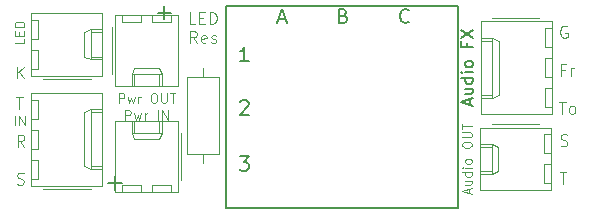
<source format=gbr>
%TF.GenerationSoftware,KiCad,Pcbnew,9.0.2*%
%TF.CreationDate,2025-06-20T16:19:37+01:00*%
%TF.ProjectId,FootSw,466f6f74-5377-42e6-9b69-6361645f7063,rev?*%
%TF.SameCoordinates,Original*%
%TF.FileFunction,Legend,Top*%
%TF.FilePolarity,Positive*%
%FSLAX46Y46*%
G04 Gerber Fmt 4.6, Leading zero omitted, Abs format (unit mm)*
G04 Created by KiCad (PCBNEW 9.0.2) date 2025-06-20 16:19:37*
%MOMM*%
%LPD*%
G01*
G04 APERTURE LIST*
%ADD10C,0.100000*%
%ADD11C,0.187500*%
%ADD12C,0.125000*%
%ADD13C,0.152400*%
%ADD14C,0.150000*%
%ADD15C,0.120000*%
G04 APERTURE END LIST*
D10*
X70357142Y-51762475D02*
X69880952Y-51762475D01*
X69880952Y-51762475D02*
X69880952Y-50762475D01*
X70690476Y-51238665D02*
X71023809Y-51238665D01*
X71166666Y-51762475D02*
X70690476Y-51762475D01*
X70690476Y-51762475D02*
X70690476Y-50762475D01*
X70690476Y-50762475D02*
X71166666Y-50762475D01*
X71595238Y-51762475D02*
X71595238Y-50762475D01*
X71595238Y-50762475D02*
X71833333Y-50762475D01*
X71833333Y-50762475D02*
X71976190Y-50810094D01*
X71976190Y-50810094D02*
X72071428Y-50905332D01*
X72071428Y-50905332D02*
X72119047Y-51000570D01*
X72119047Y-51000570D02*
X72166666Y-51191046D01*
X72166666Y-51191046D02*
X72166666Y-51333903D01*
X72166666Y-51333903D02*
X72119047Y-51524379D01*
X72119047Y-51524379D02*
X72071428Y-51619617D01*
X72071428Y-51619617D02*
X71976190Y-51714856D01*
X71976190Y-51714856D02*
X71833333Y-51762475D01*
X71833333Y-51762475D02*
X71595238Y-51762475D01*
X70476190Y-53372419D02*
X70142857Y-52896228D01*
X69904762Y-53372419D02*
X69904762Y-52372419D01*
X69904762Y-52372419D02*
X70285714Y-52372419D01*
X70285714Y-52372419D02*
X70380952Y-52420038D01*
X70380952Y-52420038D02*
X70428571Y-52467657D01*
X70428571Y-52467657D02*
X70476190Y-52562895D01*
X70476190Y-52562895D02*
X70476190Y-52705752D01*
X70476190Y-52705752D02*
X70428571Y-52800990D01*
X70428571Y-52800990D02*
X70380952Y-52848609D01*
X70380952Y-52848609D02*
X70285714Y-52896228D01*
X70285714Y-52896228D02*
X69904762Y-52896228D01*
X71285714Y-53324800D02*
X71190476Y-53372419D01*
X71190476Y-53372419D02*
X71000000Y-53372419D01*
X71000000Y-53372419D02*
X70904762Y-53324800D01*
X70904762Y-53324800D02*
X70857143Y-53229561D01*
X70857143Y-53229561D02*
X70857143Y-52848609D01*
X70857143Y-52848609D02*
X70904762Y-52753371D01*
X70904762Y-52753371D02*
X71000000Y-52705752D01*
X71000000Y-52705752D02*
X71190476Y-52705752D01*
X71190476Y-52705752D02*
X71285714Y-52753371D01*
X71285714Y-52753371D02*
X71333333Y-52848609D01*
X71333333Y-52848609D02*
X71333333Y-52943847D01*
X71333333Y-52943847D02*
X70857143Y-53039085D01*
X71714286Y-53324800D02*
X71809524Y-53372419D01*
X71809524Y-53372419D02*
X72000000Y-53372419D01*
X72000000Y-53372419D02*
X72095238Y-53324800D01*
X72095238Y-53324800D02*
X72142857Y-53229561D01*
X72142857Y-53229561D02*
X72142857Y-53181942D01*
X72142857Y-53181942D02*
X72095238Y-53086704D01*
X72095238Y-53086704D02*
X72000000Y-53039085D01*
X72000000Y-53039085D02*
X71857143Y-53039085D01*
X71857143Y-53039085D02*
X71761905Y-52991466D01*
X71761905Y-52991466D02*
X71714286Y-52896228D01*
X71714286Y-52896228D02*
X71714286Y-52848609D01*
X71714286Y-52848609D02*
X71761905Y-52753371D01*
X71761905Y-52753371D02*
X71857143Y-52705752D01*
X71857143Y-52705752D02*
X72000000Y-52705752D01*
X72000000Y-52705752D02*
X72095238Y-52753371D01*
X101827693Y-51980262D02*
X101732455Y-51932643D01*
X101732455Y-51932643D02*
X101589598Y-51932643D01*
X101589598Y-51932643D02*
X101446741Y-51980262D01*
X101446741Y-51980262D02*
X101351503Y-52075500D01*
X101351503Y-52075500D02*
X101303884Y-52170738D01*
X101303884Y-52170738D02*
X101256265Y-52361214D01*
X101256265Y-52361214D02*
X101256265Y-52504071D01*
X101256265Y-52504071D02*
X101303884Y-52694547D01*
X101303884Y-52694547D02*
X101351503Y-52789785D01*
X101351503Y-52789785D02*
X101446741Y-52885024D01*
X101446741Y-52885024D02*
X101589598Y-52932643D01*
X101589598Y-52932643D02*
X101684836Y-52932643D01*
X101684836Y-52932643D02*
X101827693Y-52885024D01*
X101827693Y-52885024D02*
X101875312Y-52837404D01*
X101875312Y-52837404D02*
X101875312Y-52504071D01*
X101875312Y-52504071D02*
X101684836Y-52504071D01*
X101637217Y-55628721D02*
X101303884Y-55628721D01*
X101303884Y-56152531D02*
X101303884Y-55152531D01*
X101303884Y-55152531D02*
X101780074Y-55152531D01*
X102161027Y-56152531D02*
X102161027Y-55485864D01*
X102161027Y-55676340D02*
X102208646Y-55581102D01*
X102208646Y-55581102D02*
X102256265Y-55533483D01*
X102256265Y-55533483D02*
X102351503Y-55485864D01*
X102351503Y-55485864D02*
X102446741Y-55485864D01*
X101161027Y-58372419D02*
X101732455Y-58372419D01*
X101446741Y-59372419D02*
X101446741Y-58372419D01*
X102208646Y-59372419D02*
X102113408Y-59324800D01*
X102113408Y-59324800D02*
X102065789Y-59277180D01*
X102065789Y-59277180D02*
X102018170Y-59181942D01*
X102018170Y-59181942D02*
X102018170Y-58896228D01*
X102018170Y-58896228D02*
X102065789Y-58800990D01*
X102065789Y-58800990D02*
X102113408Y-58753371D01*
X102113408Y-58753371D02*
X102208646Y-58705752D01*
X102208646Y-58705752D02*
X102351503Y-58705752D01*
X102351503Y-58705752D02*
X102446741Y-58753371D01*
X102446741Y-58753371D02*
X102494360Y-58800990D01*
X102494360Y-58800990D02*
X102541979Y-58896228D01*
X102541979Y-58896228D02*
X102541979Y-59181942D01*
X102541979Y-59181942D02*
X102494360Y-59277180D01*
X102494360Y-59277180D02*
X102446741Y-59324800D01*
X102446741Y-59324800D02*
X102351503Y-59372419D01*
X102351503Y-59372419D02*
X102208646Y-59372419D01*
D11*
X62980497Y-65235250D02*
X64123355Y-65235250D01*
X63551926Y-65806678D02*
X63551926Y-64663821D01*
D12*
X55177474Y-57931343D02*
X55748902Y-57931343D01*
X55463188Y-58931343D02*
X55463188Y-57931343D01*
X55891759Y-62151231D02*
X55558426Y-61675040D01*
X55320331Y-62151231D02*
X55320331Y-61151231D01*
X55320331Y-61151231D02*
X55701283Y-61151231D01*
X55701283Y-61151231D02*
X55796521Y-61198850D01*
X55796521Y-61198850D02*
X55844140Y-61246469D01*
X55844140Y-61246469D02*
X55891759Y-61341707D01*
X55891759Y-61341707D02*
X55891759Y-61484564D01*
X55891759Y-61484564D02*
X55844140Y-61579802D01*
X55844140Y-61579802D02*
X55796521Y-61627421D01*
X55796521Y-61627421D02*
X55701283Y-61675040D01*
X55701283Y-61675040D02*
X55320331Y-61675040D01*
X55272712Y-65323500D02*
X55415569Y-65371119D01*
X55415569Y-65371119D02*
X55653664Y-65371119D01*
X55653664Y-65371119D02*
X55748902Y-65323500D01*
X55748902Y-65323500D02*
X55796521Y-65275880D01*
X55796521Y-65275880D02*
X55844140Y-65180642D01*
X55844140Y-65180642D02*
X55844140Y-65085404D01*
X55844140Y-65085404D02*
X55796521Y-64990166D01*
X55796521Y-64990166D02*
X55748902Y-64942547D01*
X55748902Y-64942547D02*
X55653664Y-64894928D01*
X55653664Y-64894928D02*
X55463188Y-64847309D01*
X55463188Y-64847309D02*
X55367950Y-64799690D01*
X55367950Y-64799690D02*
X55320331Y-64752071D01*
X55320331Y-64752071D02*
X55272712Y-64656833D01*
X55272712Y-64656833D02*
X55272712Y-64561595D01*
X55272712Y-64561595D02*
X55320331Y-64466357D01*
X55320331Y-64466357D02*
X55367950Y-64418738D01*
X55367950Y-64418738D02*
X55463188Y-64371119D01*
X55463188Y-64371119D02*
X55701283Y-64371119D01*
X55701283Y-64371119D02*
X55844140Y-64418738D01*
D10*
X55303884Y-56372419D02*
X55303884Y-55372419D01*
X55875312Y-56372419D02*
X55446741Y-55800990D01*
X55875312Y-55372419D02*
X55303884Y-55943847D01*
D11*
X67180497Y-50805250D02*
X68323355Y-50805250D01*
X67751926Y-51376678D02*
X67751926Y-50233821D01*
D12*
X101292712Y-62063612D02*
X101435569Y-62111231D01*
X101435569Y-62111231D02*
X101673664Y-62111231D01*
X101673664Y-62111231D02*
X101768902Y-62063612D01*
X101768902Y-62063612D02*
X101816521Y-62015992D01*
X101816521Y-62015992D02*
X101864140Y-61920754D01*
X101864140Y-61920754D02*
X101864140Y-61825516D01*
X101864140Y-61825516D02*
X101816521Y-61730278D01*
X101816521Y-61730278D02*
X101768902Y-61682659D01*
X101768902Y-61682659D02*
X101673664Y-61635040D01*
X101673664Y-61635040D02*
X101483188Y-61587421D01*
X101483188Y-61587421D02*
X101387950Y-61539802D01*
X101387950Y-61539802D02*
X101340331Y-61492183D01*
X101340331Y-61492183D02*
X101292712Y-61396945D01*
X101292712Y-61396945D02*
X101292712Y-61301707D01*
X101292712Y-61301707D02*
X101340331Y-61206469D01*
X101340331Y-61206469D02*
X101387950Y-61158850D01*
X101387950Y-61158850D02*
X101483188Y-61111231D01*
X101483188Y-61111231D02*
X101721283Y-61111231D01*
X101721283Y-61111231D02*
X101864140Y-61158850D01*
X101197474Y-64331119D02*
X101768902Y-64331119D01*
X101483188Y-65331119D02*
X101483188Y-64331119D01*
D13*
X82889691Y-51062446D02*
X83062048Y-51119898D01*
X83062048Y-51119898D02*
X83119501Y-51177350D01*
X83119501Y-51177350D02*
X83176953Y-51292255D01*
X83176953Y-51292255D02*
X83176953Y-51464612D01*
X83176953Y-51464612D02*
X83119501Y-51579517D01*
X83119501Y-51579517D02*
X83062048Y-51636970D01*
X83062048Y-51636970D02*
X82947143Y-51694422D01*
X82947143Y-51694422D02*
X82487524Y-51694422D01*
X82487524Y-51694422D02*
X82487524Y-50487922D01*
X82487524Y-50487922D02*
X82889691Y-50487922D01*
X82889691Y-50487922D02*
X83004596Y-50545374D01*
X83004596Y-50545374D02*
X83062048Y-50602827D01*
X83062048Y-50602827D02*
X83119501Y-50717731D01*
X83119501Y-50717731D02*
X83119501Y-50832636D01*
X83119501Y-50832636D02*
X83062048Y-50947541D01*
X83062048Y-50947541D02*
X83004596Y-51004993D01*
X83004596Y-51004993D02*
X82889691Y-51062446D01*
X82889691Y-51062446D02*
X82487524Y-51062446D01*
X74122620Y-62987922D02*
X74869501Y-62987922D01*
X74869501Y-62987922D02*
X74467334Y-63447541D01*
X74467334Y-63447541D02*
X74639691Y-63447541D01*
X74639691Y-63447541D02*
X74754596Y-63504993D01*
X74754596Y-63504993D02*
X74812048Y-63562446D01*
X74812048Y-63562446D02*
X74869501Y-63677350D01*
X74869501Y-63677350D02*
X74869501Y-63964612D01*
X74869501Y-63964612D02*
X74812048Y-64079517D01*
X74812048Y-64079517D02*
X74754596Y-64136970D01*
X74754596Y-64136970D02*
X74639691Y-64194422D01*
X74639691Y-64194422D02*
X74294977Y-64194422D01*
X74294977Y-64194422D02*
X74180072Y-64136970D01*
X74180072Y-64136970D02*
X74122620Y-64079517D01*
X88426953Y-51579517D02*
X88369501Y-51636970D01*
X88369501Y-51636970D02*
X88197143Y-51694422D01*
X88197143Y-51694422D02*
X88082239Y-51694422D01*
X88082239Y-51694422D02*
X87909882Y-51636970D01*
X87909882Y-51636970D02*
X87794977Y-51522065D01*
X87794977Y-51522065D02*
X87737524Y-51407160D01*
X87737524Y-51407160D02*
X87680072Y-51177350D01*
X87680072Y-51177350D02*
X87680072Y-51004993D01*
X87680072Y-51004993D02*
X87737524Y-50775184D01*
X87737524Y-50775184D02*
X87794977Y-50660279D01*
X87794977Y-50660279D02*
X87909882Y-50545374D01*
X87909882Y-50545374D02*
X88082239Y-50487922D01*
X88082239Y-50487922D02*
X88197143Y-50487922D01*
X88197143Y-50487922D02*
X88369501Y-50545374D01*
X88369501Y-50545374D02*
X88426953Y-50602827D01*
X74869501Y-54944422D02*
X74180072Y-54944422D01*
X74524786Y-54944422D02*
X74524786Y-53737922D01*
X74524786Y-53737922D02*
X74409882Y-53910279D01*
X74409882Y-53910279D02*
X74294977Y-54025184D01*
X74294977Y-54025184D02*
X74180072Y-54082636D01*
X77430072Y-51349708D02*
X78004596Y-51349708D01*
X77315167Y-51694422D02*
X77717334Y-50487922D01*
X77717334Y-50487922D02*
X78119501Y-51694422D01*
X74180072Y-58352827D02*
X74237524Y-58295374D01*
X74237524Y-58295374D02*
X74352429Y-58237922D01*
X74352429Y-58237922D02*
X74639691Y-58237922D01*
X74639691Y-58237922D02*
X74754596Y-58295374D01*
X74754596Y-58295374D02*
X74812048Y-58352827D01*
X74812048Y-58352827D02*
X74869501Y-58467731D01*
X74869501Y-58467731D02*
X74869501Y-58582636D01*
X74869501Y-58582636D02*
X74812048Y-58754993D01*
X74812048Y-58754993D02*
X74122620Y-59444422D01*
X74122620Y-59444422D02*
X74869501Y-59444422D01*
D10*
X64439524Y-59864895D02*
X64439524Y-59064895D01*
X64439524Y-59064895D02*
X64744286Y-59064895D01*
X64744286Y-59064895D02*
X64820476Y-59102990D01*
X64820476Y-59102990D02*
X64858571Y-59141085D01*
X64858571Y-59141085D02*
X64896667Y-59217276D01*
X64896667Y-59217276D02*
X64896667Y-59331561D01*
X64896667Y-59331561D02*
X64858571Y-59407752D01*
X64858571Y-59407752D02*
X64820476Y-59445847D01*
X64820476Y-59445847D02*
X64744286Y-59483942D01*
X64744286Y-59483942D02*
X64439524Y-59483942D01*
X65163333Y-59331561D02*
X65315714Y-59864895D01*
X65315714Y-59864895D02*
X65468095Y-59483942D01*
X65468095Y-59483942D02*
X65620476Y-59864895D01*
X65620476Y-59864895D02*
X65772857Y-59331561D01*
X66077619Y-59864895D02*
X66077619Y-59331561D01*
X66077619Y-59483942D02*
X66115714Y-59407752D01*
X66115714Y-59407752D02*
X66153809Y-59369657D01*
X66153809Y-59369657D02*
X66230000Y-59331561D01*
X66230000Y-59331561D02*
X66306190Y-59331561D01*
X67182381Y-59864895D02*
X67182381Y-59064895D01*
X67563333Y-59864895D02*
X67563333Y-59064895D01*
X67563333Y-59064895D02*
X68020476Y-59864895D01*
X68020476Y-59864895D02*
X68020476Y-59064895D01*
X55080953Y-60364895D02*
X55080953Y-59564895D01*
X55461905Y-60364895D02*
X55461905Y-59564895D01*
X55461905Y-59564895D02*
X55919048Y-60364895D01*
X55919048Y-60364895D02*
X55919048Y-59564895D01*
X63906191Y-58444895D02*
X63906191Y-57644895D01*
X63906191Y-57644895D02*
X64210953Y-57644895D01*
X64210953Y-57644895D02*
X64287143Y-57682990D01*
X64287143Y-57682990D02*
X64325238Y-57721085D01*
X64325238Y-57721085D02*
X64363334Y-57797276D01*
X64363334Y-57797276D02*
X64363334Y-57911561D01*
X64363334Y-57911561D02*
X64325238Y-57987752D01*
X64325238Y-57987752D02*
X64287143Y-58025847D01*
X64287143Y-58025847D02*
X64210953Y-58063942D01*
X64210953Y-58063942D02*
X63906191Y-58063942D01*
X64630000Y-57911561D02*
X64782381Y-58444895D01*
X64782381Y-58444895D02*
X64934762Y-58063942D01*
X64934762Y-58063942D02*
X65087143Y-58444895D01*
X65087143Y-58444895D02*
X65239524Y-57911561D01*
X65544286Y-58444895D02*
X65544286Y-57911561D01*
X65544286Y-58063942D02*
X65582381Y-57987752D01*
X65582381Y-57987752D02*
X65620476Y-57949657D01*
X65620476Y-57949657D02*
X65696667Y-57911561D01*
X65696667Y-57911561D02*
X65772857Y-57911561D01*
X66801429Y-57644895D02*
X66953810Y-57644895D01*
X66953810Y-57644895D02*
X67030000Y-57682990D01*
X67030000Y-57682990D02*
X67106191Y-57759180D01*
X67106191Y-57759180D02*
X67144286Y-57911561D01*
X67144286Y-57911561D02*
X67144286Y-58178228D01*
X67144286Y-58178228D02*
X67106191Y-58330609D01*
X67106191Y-58330609D02*
X67030000Y-58406800D01*
X67030000Y-58406800D02*
X66953810Y-58444895D01*
X66953810Y-58444895D02*
X66801429Y-58444895D01*
X66801429Y-58444895D02*
X66725238Y-58406800D01*
X66725238Y-58406800D02*
X66649048Y-58330609D01*
X66649048Y-58330609D02*
X66610952Y-58178228D01*
X66610952Y-58178228D02*
X66610952Y-57911561D01*
X66610952Y-57911561D02*
X66649048Y-57759180D01*
X66649048Y-57759180D02*
X66725238Y-57682990D01*
X66725238Y-57682990D02*
X66801429Y-57644895D01*
X67487143Y-57644895D02*
X67487143Y-58292514D01*
X67487143Y-58292514D02*
X67525238Y-58368704D01*
X67525238Y-58368704D02*
X67563333Y-58406800D01*
X67563333Y-58406800D02*
X67639524Y-58444895D01*
X67639524Y-58444895D02*
X67791905Y-58444895D01*
X67791905Y-58444895D02*
X67868095Y-58406800D01*
X67868095Y-58406800D02*
X67906190Y-58368704D01*
X67906190Y-58368704D02*
X67944286Y-58292514D01*
X67944286Y-58292514D02*
X67944286Y-57644895D01*
X68210952Y-57644895D02*
X68668095Y-57644895D01*
X68439523Y-58444895D02*
X68439523Y-57644895D01*
D14*
X93589104Y-58579047D02*
X93589104Y-58102857D01*
X93874819Y-58674285D02*
X92874819Y-58340952D01*
X92874819Y-58340952D02*
X93874819Y-58007619D01*
X93208152Y-57245714D02*
X93874819Y-57245714D01*
X93208152Y-57674285D02*
X93731961Y-57674285D01*
X93731961Y-57674285D02*
X93827200Y-57626666D01*
X93827200Y-57626666D02*
X93874819Y-57531428D01*
X93874819Y-57531428D02*
X93874819Y-57388571D01*
X93874819Y-57388571D02*
X93827200Y-57293333D01*
X93827200Y-57293333D02*
X93779580Y-57245714D01*
X93874819Y-56340952D02*
X92874819Y-56340952D01*
X93827200Y-56340952D02*
X93874819Y-56436190D01*
X93874819Y-56436190D02*
X93874819Y-56626666D01*
X93874819Y-56626666D02*
X93827200Y-56721904D01*
X93827200Y-56721904D02*
X93779580Y-56769523D01*
X93779580Y-56769523D02*
X93684342Y-56817142D01*
X93684342Y-56817142D02*
X93398628Y-56817142D01*
X93398628Y-56817142D02*
X93303390Y-56769523D01*
X93303390Y-56769523D02*
X93255771Y-56721904D01*
X93255771Y-56721904D02*
X93208152Y-56626666D01*
X93208152Y-56626666D02*
X93208152Y-56436190D01*
X93208152Y-56436190D02*
X93255771Y-56340952D01*
X93874819Y-55864761D02*
X93208152Y-55864761D01*
X92874819Y-55864761D02*
X92922438Y-55912380D01*
X92922438Y-55912380D02*
X92970057Y-55864761D01*
X92970057Y-55864761D02*
X92922438Y-55817142D01*
X92922438Y-55817142D02*
X92874819Y-55864761D01*
X92874819Y-55864761D02*
X92970057Y-55864761D01*
X93874819Y-55245714D02*
X93827200Y-55340952D01*
X93827200Y-55340952D02*
X93779580Y-55388571D01*
X93779580Y-55388571D02*
X93684342Y-55436190D01*
X93684342Y-55436190D02*
X93398628Y-55436190D01*
X93398628Y-55436190D02*
X93303390Y-55388571D01*
X93303390Y-55388571D02*
X93255771Y-55340952D01*
X93255771Y-55340952D02*
X93208152Y-55245714D01*
X93208152Y-55245714D02*
X93208152Y-55102857D01*
X93208152Y-55102857D02*
X93255771Y-55007619D01*
X93255771Y-55007619D02*
X93303390Y-54960000D01*
X93303390Y-54960000D02*
X93398628Y-54912381D01*
X93398628Y-54912381D02*
X93684342Y-54912381D01*
X93684342Y-54912381D02*
X93779580Y-54960000D01*
X93779580Y-54960000D02*
X93827200Y-55007619D01*
X93827200Y-55007619D02*
X93874819Y-55102857D01*
X93874819Y-55102857D02*
X93874819Y-55245714D01*
X93351009Y-53388571D02*
X93351009Y-53721904D01*
X93874819Y-53721904D02*
X92874819Y-53721904D01*
X92874819Y-53721904D02*
X92874819Y-53245714D01*
X92874819Y-52959999D02*
X93874819Y-52293333D01*
X92874819Y-52293333D02*
X93874819Y-52959999D01*
D10*
X93536323Y-66104286D02*
X93536323Y-65723333D01*
X93764895Y-66180476D02*
X92964895Y-65913809D01*
X92964895Y-65913809D02*
X93764895Y-65647143D01*
X93231561Y-65037619D02*
X93764895Y-65037619D01*
X93231561Y-65380476D02*
X93650609Y-65380476D01*
X93650609Y-65380476D02*
X93726800Y-65342381D01*
X93726800Y-65342381D02*
X93764895Y-65266191D01*
X93764895Y-65266191D02*
X93764895Y-65151905D01*
X93764895Y-65151905D02*
X93726800Y-65075714D01*
X93726800Y-65075714D02*
X93688704Y-65037619D01*
X93764895Y-64313809D02*
X92964895Y-64313809D01*
X93726800Y-64313809D02*
X93764895Y-64390000D01*
X93764895Y-64390000D02*
X93764895Y-64542381D01*
X93764895Y-64542381D02*
X93726800Y-64618571D01*
X93726800Y-64618571D02*
X93688704Y-64656666D01*
X93688704Y-64656666D02*
X93612514Y-64694762D01*
X93612514Y-64694762D02*
X93383942Y-64694762D01*
X93383942Y-64694762D02*
X93307752Y-64656666D01*
X93307752Y-64656666D02*
X93269657Y-64618571D01*
X93269657Y-64618571D02*
X93231561Y-64542381D01*
X93231561Y-64542381D02*
X93231561Y-64390000D01*
X93231561Y-64390000D02*
X93269657Y-64313809D01*
X93764895Y-63932856D02*
X93231561Y-63932856D01*
X92964895Y-63932856D02*
X93002990Y-63970952D01*
X93002990Y-63970952D02*
X93041085Y-63932856D01*
X93041085Y-63932856D02*
X93002990Y-63894761D01*
X93002990Y-63894761D02*
X92964895Y-63932856D01*
X92964895Y-63932856D02*
X93041085Y-63932856D01*
X93764895Y-63437619D02*
X93726800Y-63513809D01*
X93726800Y-63513809D02*
X93688704Y-63551904D01*
X93688704Y-63551904D02*
X93612514Y-63590000D01*
X93612514Y-63590000D02*
X93383942Y-63590000D01*
X93383942Y-63590000D02*
X93307752Y-63551904D01*
X93307752Y-63551904D02*
X93269657Y-63513809D01*
X93269657Y-63513809D02*
X93231561Y-63437619D01*
X93231561Y-63437619D02*
X93231561Y-63323333D01*
X93231561Y-63323333D02*
X93269657Y-63247142D01*
X93269657Y-63247142D02*
X93307752Y-63209047D01*
X93307752Y-63209047D02*
X93383942Y-63170952D01*
X93383942Y-63170952D02*
X93612514Y-63170952D01*
X93612514Y-63170952D02*
X93688704Y-63209047D01*
X93688704Y-63209047D02*
X93726800Y-63247142D01*
X93726800Y-63247142D02*
X93764895Y-63323333D01*
X93764895Y-63323333D02*
X93764895Y-63437619D01*
X92964895Y-62066189D02*
X92964895Y-61913808D01*
X92964895Y-61913808D02*
X93002990Y-61837618D01*
X93002990Y-61837618D02*
X93079180Y-61761427D01*
X93079180Y-61761427D02*
X93231561Y-61723332D01*
X93231561Y-61723332D02*
X93498228Y-61723332D01*
X93498228Y-61723332D02*
X93650609Y-61761427D01*
X93650609Y-61761427D02*
X93726800Y-61837618D01*
X93726800Y-61837618D02*
X93764895Y-61913808D01*
X93764895Y-61913808D02*
X93764895Y-62066189D01*
X93764895Y-62066189D02*
X93726800Y-62142380D01*
X93726800Y-62142380D02*
X93650609Y-62218570D01*
X93650609Y-62218570D02*
X93498228Y-62256666D01*
X93498228Y-62256666D02*
X93231561Y-62256666D01*
X93231561Y-62256666D02*
X93079180Y-62218570D01*
X93079180Y-62218570D02*
X93002990Y-62142380D01*
X93002990Y-62142380D02*
X92964895Y-62066189D01*
X92964895Y-61380475D02*
X93612514Y-61380475D01*
X93612514Y-61380475D02*
X93688704Y-61342380D01*
X93688704Y-61342380D02*
X93726800Y-61304285D01*
X93726800Y-61304285D02*
X93764895Y-61228094D01*
X93764895Y-61228094D02*
X93764895Y-61075713D01*
X93764895Y-61075713D02*
X93726800Y-60999523D01*
X93726800Y-60999523D02*
X93688704Y-60961428D01*
X93688704Y-60961428D02*
X93612514Y-60923332D01*
X93612514Y-60923332D02*
X92964895Y-60923332D01*
X92964895Y-60656666D02*
X92964895Y-60199523D01*
X93764895Y-60428095D02*
X92964895Y-60428095D01*
X55864895Y-53014285D02*
X55864895Y-53395237D01*
X55864895Y-53395237D02*
X55064895Y-53395237D01*
X55445847Y-52747618D02*
X55445847Y-52480952D01*
X55864895Y-52366666D02*
X55864895Y-52747618D01*
X55864895Y-52747618D02*
X55064895Y-52747618D01*
X55064895Y-52747618D02*
X55064895Y-52366666D01*
X55864895Y-52023808D02*
X55064895Y-52023808D01*
X55064895Y-52023808D02*
X55064895Y-51833332D01*
X55064895Y-51833332D02*
X55102990Y-51719046D01*
X55102990Y-51719046D02*
X55179180Y-51642856D01*
X55179180Y-51642856D02*
X55255371Y-51604761D01*
X55255371Y-51604761D02*
X55407752Y-51566665D01*
X55407752Y-51566665D02*
X55522038Y-51566665D01*
X55522038Y-51566665D02*
X55674419Y-51604761D01*
X55674419Y-51604761D02*
X55750609Y-51642856D01*
X55750609Y-51642856D02*
X55826800Y-51719046D01*
X55826800Y-51719046D02*
X55864895Y-51833332D01*
X55864895Y-51833332D02*
X55864895Y-52023808D01*
D13*
%TO.C,SW1*%
X72980000Y-50230000D02*
X92600000Y-50230000D01*
X72980000Y-67350000D02*
X72980000Y-50230000D01*
X92600000Y-50230000D02*
X92600000Y-67350000D01*
X92600000Y-67350000D02*
X72980000Y-67350000D01*
D15*
%TO.C,J4*%
X63580000Y-59990000D02*
X63580000Y-66010000D01*
X63580000Y-66010000D02*
X68880000Y-66010000D01*
X64160000Y-65410000D02*
X64160000Y-66010000D01*
X64960000Y-60990000D02*
X64960000Y-59990000D01*
X65210000Y-59990000D02*
X65210000Y-60990000D01*
X65210000Y-61520000D02*
X64960000Y-60990000D01*
X65760000Y-65410000D02*
X64160000Y-65410000D01*
X65760000Y-66010000D02*
X65760000Y-65410000D01*
X66700000Y-65410000D02*
X66700000Y-66010000D01*
X67250000Y-59990000D02*
X67250000Y-60990000D01*
X67250000Y-61520000D02*
X65210000Y-61520000D01*
X67500000Y-59990000D02*
X67500000Y-60990000D01*
X67500000Y-60990000D02*
X64960000Y-60990000D01*
X67500000Y-60990000D02*
X67250000Y-61520000D01*
X68300000Y-65410000D02*
X66700000Y-65410000D01*
X68300000Y-66010000D02*
X68300000Y-65410000D01*
X68880000Y-59990000D02*
X63580000Y-59990000D01*
X68880000Y-66010000D02*
X68880000Y-59990000D01*
X69170000Y-64980000D02*
X69170000Y-60980000D01*
%TO.C,J1*%
X56470000Y-57620000D02*
X56470000Y-65460000D01*
X56470000Y-59800000D02*
X57070000Y-59800000D01*
X56470000Y-62340000D02*
X57070000Y-62340000D01*
X56470000Y-64880000D02*
X57070000Y-64880000D01*
X56470000Y-65460000D02*
X62490000Y-65460000D01*
X57070000Y-58200000D02*
X56470000Y-58200000D01*
X57070000Y-59800000D02*
X57070000Y-58200000D01*
X57070000Y-60740000D02*
X56470000Y-60740000D01*
X57070000Y-62340000D02*
X57070000Y-60740000D01*
X57070000Y-63280000D02*
X56470000Y-63280000D01*
X57070000Y-64880000D02*
X57070000Y-63280000D01*
X57500000Y-65750000D02*
X61500000Y-65750000D01*
X60960000Y-59250000D02*
X61490000Y-59000000D01*
X60960000Y-63830000D02*
X60960000Y-59250000D01*
X61490000Y-59000000D02*
X62490000Y-59000000D01*
X61490000Y-64080000D02*
X60960000Y-63830000D01*
X61490000Y-64080000D02*
X61490000Y-59000000D01*
X62490000Y-57620000D02*
X56470000Y-57620000D01*
X62490000Y-59250000D02*
X61490000Y-59250000D01*
X62490000Y-63830000D02*
X61490000Y-63830000D01*
X62490000Y-64080000D02*
X61490000Y-64080000D01*
X62490000Y-65460000D02*
X62490000Y-57620000D01*
%TO.C,J8*%
X63290000Y-52000000D02*
X63290000Y-56000000D01*
X63580000Y-50970000D02*
X63580000Y-56990000D01*
X63580000Y-56990000D02*
X68880000Y-56990000D01*
X64160000Y-50970000D02*
X64160000Y-51570000D01*
X64160000Y-51570000D02*
X65760000Y-51570000D01*
X64960000Y-55990000D02*
X65210000Y-55460000D01*
X64960000Y-55990000D02*
X67500000Y-55990000D01*
X64960000Y-56990000D02*
X64960000Y-55990000D01*
X65210000Y-55460000D02*
X67250000Y-55460000D01*
X65210000Y-56990000D02*
X65210000Y-55990000D01*
X65760000Y-51570000D02*
X65760000Y-50970000D01*
X66700000Y-50970000D02*
X66700000Y-51570000D01*
X66700000Y-51570000D02*
X68300000Y-51570000D01*
X67250000Y-55460000D02*
X67500000Y-55990000D01*
X67250000Y-56990000D02*
X67250000Y-55990000D01*
X67500000Y-55990000D02*
X67500000Y-56990000D01*
X68300000Y-51570000D02*
X68300000Y-50970000D01*
X68880000Y-50970000D02*
X63580000Y-50970000D01*
X68880000Y-56990000D02*
X68880000Y-50970000D01*
%TO.C,R1*%
X71000000Y-55460000D02*
X71000000Y-56230000D01*
X71000000Y-63540000D02*
X71000000Y-62770000D01*
X72370000Y-56230000D02*
X69630000Y-56230000D01*
X69630000Y-62770000D01*
X72370000Y-62770000D01*
X72370000Y-56230000D01*
%TO.C,J7*%
X94510000Y-51540000D02*
X94510000Y-59380000D01*
X94510000Y-52920000D02*
X95510000Y-52920000D01*
X94510000Y-53170000D02*
X95510000Y-53170000D01*
X94510000Y-57750000D02*
X95510000Y-57750000D01*
X94510000Y-59380000D02*
X100530000Y-59380000D01*
X95510000Y-52920000D02*
X95510000Y-58000000D01*
X95510000Y-52920000D02*
X96040000Y-53170000D01*
X95510000Y-58000000D02*
X94510000Y-58000000D01*
X96040000Y-53170000D02*
X96040000Y-57750000D01*
X96040000Y-57750000D02*
X95510000Y-58000000D01*
X99500000Y-51250000D02*
X95500000Y-51250000D01*
X99930000Y-52120000D02*
X99930000Y-53720000D01*
X99930000Y-53720000D02*
X100530000Y-53720000D01*
X99930000Y-54660000D02*
X99930000Y-56260000D01*
X99930000Y-56260000D02*
X100530000Y-56260000D01*
X99930000Y-57200000D02*
X99930000Y-58800000D01*
X99930000Y-58800000D02*
X100530000Y-58800000D01*
X100530000Y-51540000D02*
X94510000Y-51540000D01*
X100530000Y-52120000D02*
X99930000Y-52120000D01*
X100530000Y-54660000D02*
X99930000Y-54660000D01*
X100530000Y-57200000D02*
X99930000Y-57200000D01*
X100530000Y-59380000D02*
X100530000Y-51540000D01*
%TO.C,J2*%
X94490000Y-60540000D02*
X94490000Y-65840000D01*
X94490000Y-61920000D02*
X95490000Y-61920000D01*
X94490000Y-62170000D02*
X95490000Y-62170000D01*
X94490000Y-64210000D02*
X95490000Y-64210000D01*
X94490000Y-65840000D02*
X100510000Y-65840000D01*
X95490000Y-61920000D02*
X95490000Y-64460000D01*
X95490000Y-61920000D02*
X96020000Y-62170000D01*
X95490000Y-64460000D02*
X94490000Y-64460000D01*
X96020000Y-62170000D02*
X96020000Y-64210000D01*
X96020000Y-64210000D02*
X95490000Y-64460000D01*
X99480000Y-60250000D02*
X95480000Y-60250000D01*
X99910000Y-61120000D02*
X99910000Y-62720000D01*
X99910000Y-62720000D02*
X100510000Y-62720000D01*
X99910000Y-63660000D02*
X99910000Y-65260000D01*
X99910000Y-65260000D02*
X100510000Y-65260000D01*
X100510000Y-60540000D02*
X94490000Y-60540000D01*
X100510000Y-61120000D02*
X99910000Y-61120000D01*
X100510000Y-63660000D02*
X99910000Y-63660000D01*
X100510000Y-65840000D02*
X100510000Y-60540000D01*
%TO.C,J5*%
X56470000Y-50855000D02*
X56470000Y-56155000D01*
X56470000Y-53035000D02*
X57070000Y-53035000D01*
X56470000Y-55575000D02*
X57070000Y-55575000D01*
X56470000Y-56155000D02*
X62490000Y-56155000D01*
X57070000Y-51435000D02*
X56470000Y-51435000D01*
X57070000Y-53035000D02*
X57070000Y-51435000D01*
X57070000Y-53975000D02*
X56470000Y-53975000D01*
X57070000Y-55575000D02*
X57070000Y-53975000D01*
X57500000Y-56445000D02*
X61500000Y-56445000D01*
X60960000Y-52485000D02*
X61490000Y-52235000D01*
X60960000Y-54525000D02*
X60960000Y-52485000D01*
X61490000Y-52235000D02*
X62490000Y-52235000D01*
X61490000Y-54775000D02*
X60960000Y-54525000D01*
X61490000Y-54775000D02*
X61490000Y-52235000D01*
X62490000Y-50855000D02*
X56470000Y-50855000D01*
X62490000Y-52485000D02*
X61490000Y-52485000D01*
X62490000Y-54525000D02*
X61490000Y-54525000D01*
X62490000Y-54775000D02*
X61490000Y-54775000D01*
X62490000Y-56155000D02*
X62490000Y-50855000D01*
%TD*%
M02*

</source>
